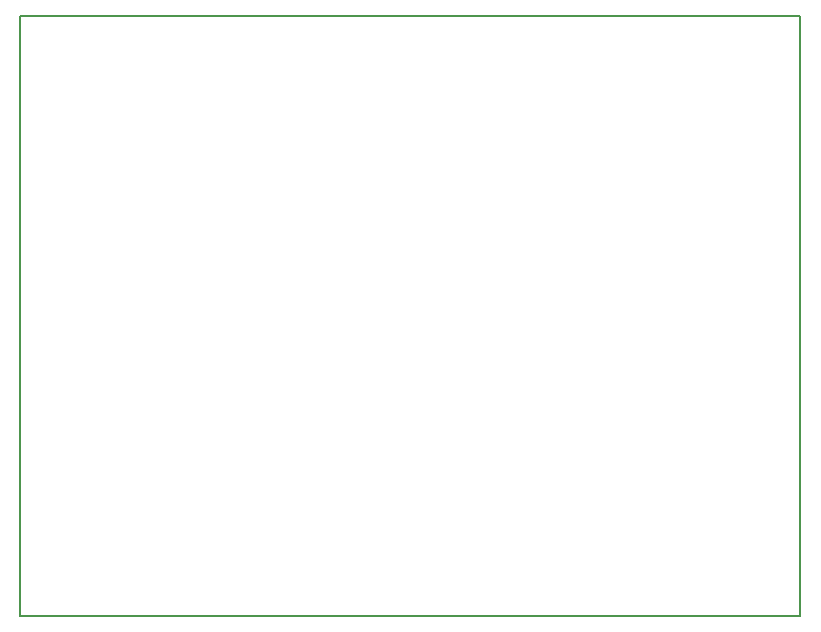
<source format=gm1>
G04 #@! TF.GenerationSoftware,KiCad,Pcbnew,5.0.2-bee76a0~70~ubuntu18.04.1*
G04 #@! TF.CreationDate,2019-03-11T12:10:11+07:00*
G04 #@! TF.ProjectId,TestNodeMcu,54657374-4e6f-4646-954d-63752e6b6963,rev?*
G04 #@! TF.SameCoordinates,Original*
G04 #@! TF.FileFunction,Profile,NP*
%FSLAX45Y45*%
G04 Gerber Fmt 4.5, Leading zero omitted, Abs format (unit mm)*
G04 Created by KiCad (PCBNEW 5.0.2-bee76a0~70~ubuntu18.04.1) date Thứ hai, 11 Tháng 3 Năm 2019 12:10:11 +07*
%MOMM*%
%LPD*%
G01*
G04 APERTURE LIST*
%ADD10C,0.150000*%
G04 APERTURE END LIST*
D10*
X11303000Y-12700000D02*
X11303000Y-7620000D01*
X17907000Y-12700000D02*
X11303000Y-12700000D01*
X17907000Y-7620000D02*
X17907000Y-12700000D01*
X11303000Y-7620000D02*
X17907000Y-7620000D01*
M02*

</source>
